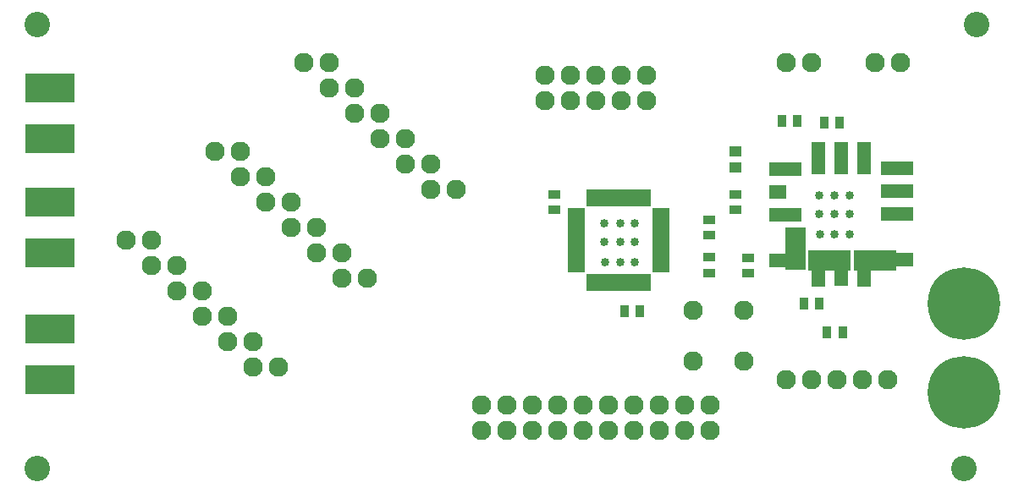
<source format=gts>
G04 EasyPC Gerber Version 21.0.3 Build 4286 *
G04 #@! TF.Part,Single*
G04 #@! TF.FileFunction,Soldermask,Top *
G04 #@! TF.FilePolarity,Negative *
%FSLAX24Y24*%
%MOIN*%
G04 #@! TA.AperFunction,SMDPad*
%ADD85R,0.03362X0.06807*%
%ADD88R,0.03559X0.04937*%
%ADD93R,0.05724X0.12811*%
%ADD95R,0.07969X0.17024*%
G04 #@! TA.AperFunction,WasherPad*
%ADD83C,0.03362*%
G04 #@! TA.AperFunction,ComponentPad*
%ADD86C,0.07693*%
G04 #@! TA.AperFunction,WasherPad*
%ADD82C,0.10055*%
G04 #@! TA.AperFunction,SMDPad*
%ADD84R,0.06807X0.03362*%
%ADD87R,0.04937X0.03559*%
%ADD90R,0.04740X0.04346*%
%ADD92R,0.06906X0.05724*%
%ADD91R,0.12811X0.05724*%
%ADD94R,0.17024X0.07969*%
G04 #@! TA.AperFunction,WasherPad*
%ADD81R,0.19686X0.11812*%
G04 #@! TA.AperFunction,ComponentPad*
%ADD89C,0.28559*%
X0Y0D02*
D02*
D81*
X4525Y6525D03*
Y8525D03*
Y11525D03*
Y13525D03*
Y16025D03*
Y18025D03*
D02*
D82*
X4025Y3025D03*
Y20525D03*
X40525Y3025D03*
X41025Y20525D03*
D02*
D83*
X26348Y11946D03*
Y12694D03*
X26387Y11159D03*
X26978D03*
Y11946D03*
Y12694D03*
X27568Y11159D03*
Y11946D03*
Y12694D03*
X34812Y13049D03*
Y13797D03*
X34852Y12261D03*
X35442D03*
Y13049D03*
Y13797D03*
X36033Y12261D03*
Y13049D03*
Y13797D03*
D02*
D84*
X25270Y10923D03*
Y11238D03*
Y11553D03*
Y11868D03*
Y12182D03*
Y12497D03*
Y12812D03*
Y13127D03*
X28607Y10923D03*
Y11238D03*
Y11553D03*
Y11868D03*
Y12182D03*
Y12497D03*
Y12812D03*
Y13127D03*
D02*
D85*
X25836Y10356D03*
Y13694D03*
X26151Y10356D03*
Y13694D03*
X26466Y10356D03*
Y13694D03*
X26781Y10356D03*
Y13694D03*
X27096Y10356D03*
Y13694D03*
X27411Y10356D03*
Y13694D03*
X27726Y10356D03*
Y13694D03*
X28041Y10356D03*
Y13694D03*
D02*
D86*
X7525Y12025D03*
X8525Y11025D03*
Y12025D03*
X9525Y10025D03*
Y11025D03*
X10525Y9025D03*
Y10025D03*
X11025Y15525D03*
X11525Y8025D03*
Y9025D03*
X12025Y14525D03*
Y15525D03*
X12525Y7025D03*
Y8025D03*
X13025Y13525D03*
Y14525D03*
X13525Y7025D03*
X14025Y12525D03*
Y13525D03*
X14525Y19025D03*
X15025Y11525D03*
Y12525D03*
X15525Y18025D03*
Y19025D03*
X16025Y10525D03*
Y11525D03*
X16525Y17025D03*
Y18025D03*
X17025Y10525D03*
X17525Y16025D03*
Y17025D03*
X18525Y15025D03*
Y16025D03*
X19525Y14025D03*
Y15025D03*
X20525Y14025D03*
X21525Y4525D03*
Y5525D03*
X22525Y4525D03*
Y5525D03*
X23525Y4525D03*
Y5525D03*
X24025Y17525D03*
Y18525D03*
X24525Y4525D03*
Y5525D03*
X25025Y17525D03*
Y18525D03*
X25525Y4525D03*
Y5525D03*
X26025Y17525D03*
Y18525D03*
X26525Y4525D03*
Y5525D03*
X27025Y17525D03*
Y18525D03*
X27525Y4525D03*
Y5525D03*
X28025Y17525D03*
Y18525D03*
X28525Y4525D03*
Y5525D03*
X29525Y4525D03*
Y5525D03*
X29875Y7245D03*
Y9245D03*
X30525Y4525D03*
Y5525D03*
X31875Y7245D03*
Y9245D03*
X33525Y6525D03*
X33533Y19025D03*
X34517D03*
X34525Y6525D03*
X35525D03*
X36525D03*
X37033Y19025D03*
X37525Y6525D03*
X38017Y19025D03*
D02*
D87*
X24379Y13216D03*
Y13826D03*
X30482Y10736D03*
Y11346D03*
Y12232D03*
Y12842D03*
X31525Y13220D03*
Y13830D03*
X32025Y10720D03*
Y11330D03*
D02*
D88*
X27145Y9230D03*
X27755D03*
X33366Y16710D03*
X33976D03*
X34220Y9525D03*
X34830D03*
X35019Y16671D03*
X35137Y8403D03*
X35629Y16671D03*
X35747Y8403D03*
D02*
D89*
X40525Y6025D03*
Y9525D03*
D02*
D90*
X31525Y14899D03*
Y15529D03*
D02*
D91*
X33482Y13021D03*
X33486Y11230D03*
X33490Y14824D03*
X37887Y13060D03*
Y13958D03*
X37891Y11265D03*
Y14848D03*
D02*
D92*
X33191Y13923D03*
D02*
D93*
X34801Y10836D03*
X34805Y15249D03*
X35686Y15245D03*
X35698Y10844D03*
X36588Y15245D03*
X36592Y10840D03*
D02*
D94*
X35242Y11241D03*
X37041Y11242D03*
D02*
D95*
X33892Y11693D03*
X0Y0D02*
M02*

</source>
